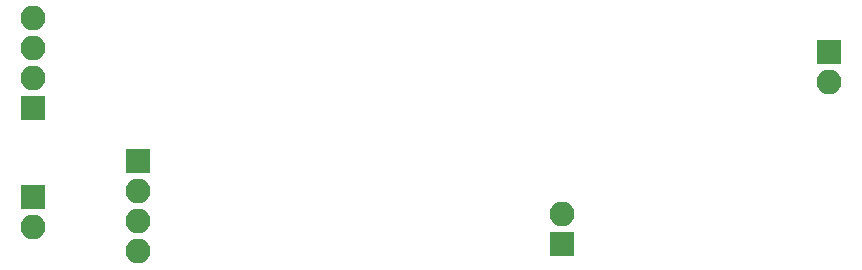
<source format=gbr>
G04 #@! TF.FileFunction,Soldermask,Bot*
%FSLAX46Y46*%
G04 Gerber Fmt 4.6, Leading zero omitted, Abs format (unit mm)*
G04 Created by KiCad (PCBNEW 4.0.7) date Tue Jul 17 19:33:22 2018*
%MOMM*%
%LPD*%
G01*
G04 APERTURE LIST*
%ADD10C,0.100000*%
%ADD11R,2.100000X2.100000*%
%ADD12O,2.100000X2.100000*%
G04 APERTURE END LIST*
D10*
D11*
X110744000Y-126492000D03*
D12*
X110744000Y-129032000D03*
D11*
X119634000Y-123444000D03*
D12*
X119634000Y-125984000D03*
X119634000Y-128524000D03*
X119634000Y-131064000D03*
D11*
X155549600Y-130454400D03*
D12*
X155549600Y-127914400D03*
D11*
X178180000Y-114170000D03*
D12*
X178180000Y-116710000D03*
D11*
X110744000Y-118973600D03*
D12*
X110744000Y-116433600D03*
X110744000Y-113893600D03*
X110744000Y-111353600D03*
M02*

</source>
